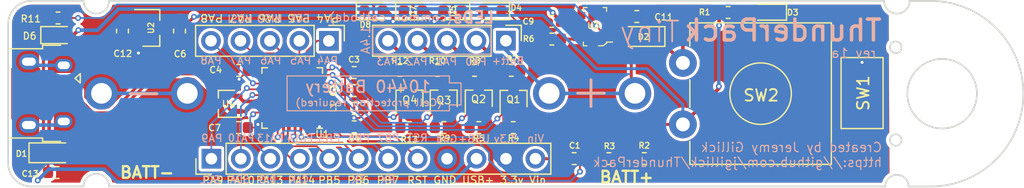
<source format=kicad_pcb>
(kicad_pcb (version 20171130) (host pcbnew "(5.1.5-0-10_14)")
  (layers (0 F.Cu signal) (31 B.Cu signal) (34 B.Paste user) (35 F.Paste user) (36 B.SilkS user) (37 F.SilkS user) (38 B.Mask user) (39 F.Mask user) (44 Edge.Cuts user))
  (net 0 "")
  (net 1 /BUTTON)
  (net 2 GND)
  (net 3 +3V3)
  (net 4 +BATT)
  (net 5 /VIN)
  (net 6 /VUSB)
  (net 7 "Net-(D3-Pad2)")
  (net 8 "Net-(D4-Pad1)")
  (net 9 "Net-(D5-Pad1)")
  (net 10 "Net-(D6-Pad1)")
  (net 11 "Net-(D7-Pad1)")
  (net 12 "Net-(D8-Pad1)")
  (net 13 /RESET)
  (net 14 /PB7)
  (net 15 /PB6)
  (net 16 /PA10)
  (net 17 /PA9)
  (net 18 /PA8)
  (net 19 /PA7)
  (net 20 /PA6)
  (net 21 /PA5)
  (net 22 /PA4)
  (net 23 /USB_D-)
  (net 24 /USB_D+)
  (net 25 /LED1)
  (net 26 /LED2)
  (net 27 /LED3)
  (net 28 /LED4)
  (net 29 "Net-(R2-Pad1)")
  (net 30 "Net-(R6-Pad1)")
  (net 31 "Net-(C2-Pad1)")
  (net 32 "Net-(D1-Pad2)")
  (net 33 /PB5)
  (net 34 /PA13)
  (net 35 /PA14)
  (net 36 "Net-(R11-Pad2)")
  (net 37 /PWM1)
  (net 38 /PWM2)
  (net 39 /PWM3)
  (net 40 /PWM4)
  (module BatteryClips:MDP_BK-82_10440 (layer F.Cu) (at 89.145 99.975)
    (fp_text reference J2 hide)
    (fp_text value Battery)
    (fp_text user "10440 Battery" (at -0.025 -0.575) (layer B.SilkS) (effects (justify mirror)))
    (fp_text user "(Cell protection required)" (at 0.05 0.8) (layer B.SilkS) (effects (font (size 0.6 0.65) (thickness 0.1)) (justify mirror)))
    (pad 1 thru_hole circle (at 15.6 0) (size 2.8 2.8) (drill 1.78) (layers *.Cu *.Mask) (net 4 +BATT))
    (pad 1 thru_hole circle (at 23 0) (size 2.8 2.8) (drill 1.78) (layers *.Cu *.Mask) (net 4 +BATT))
    (pad 2 thru_hole circle (at -23 0) (size 2.8 2.8) (drill 1.78) (layers *.Cu *.Mask) (net 2 GND))
    (pad 2 thru_hole circle (at -15.6 0) (size 2.8 2.8) (drill 1.78) (layers *.Cu *.Mask) (net 2 GND))
  )
  (module Button_Switch_THT:SW_CW_GPTS203211B (layer F.Cu) (at 116.275 97.35)
    (fp_text reference SW2 (at 6.75 2.8) (layer F.SilkS))
    (fp_text value Power)
    (pad 2 thru_hole circle (at 0 5.3) (size 2.4 2.4) (drill 1.2) (layers *.Cu *.Mask) (net 5 /VIN))
    (pad 1 thru_hole circle (at 0 0) (size 2.4 2.4) (drill 1.2) (layers *.Cu *.Mask) (net 6 /VUSB))
  )
  (module Connector_PinHeader_2.54mm:PinHeader_1x05_P2.54mm_Vertical (layer F.Cu) (at 101.01 95.435 270)
    (fp_text reference J5 hide)
    (fp_text value LEDs)
    (pad 5 thru_hole oval (at 0 10.16 270) (size 1.7 1.7) (drill 1) (layers *.Cu *.Mask) (net 28 /LED4))
    (pad 4 thru_hole oval (at 0 7.62 270) (size 1.7 1.7) (drill 1) (layers *.Cu *.Mask) (net 27 /LED3))
    (pad 3 thru_hole oval (at 0 5.08 270) (size 1.7 1.7) (drill 1) (layers *.Cu *.Mask) (net 26 /LED2))
    (pad 2 thru_hole oval (at 0 2.54 270) (size 1.7 1.7) (drill 1) (layers *.Cu *.Mask) (net 25 /LED1))
    (pad 1 thru_hole rect (at 0 0 270) (size 1.7 1.7) (drill 1) (layers *.Cu *.Mask) (net 4 +BATT))
  )
  (module Connector_PinHeader_2.54mm:PinHeader_1x05_P2.54mm_Vertical (layer F.Cu) (at 85.75 95.445 270)
    (fp_text reference J3 hide)
    (fp_text value GPIO)
    (pad 5 thru_hole oval (at 0 10.16 270) (size 1.7 1.7) (drill 1) (layers *.Cu *.Mask) (net 18 /PA8))
    (pad 4 thru_hole oval (at 0 7.62 270) (size 1.7 1.7) (drill 1) (layers *.Cu *.Mask) (net 19 /PA7))
    (pad 3 thru_hole oval (at 0 5.08 270) (size 1.7 1.7) (drill 1) (layers *.Cu *.Mask) (net 20 /PA6))
    (pad 2 thru_hole oval (at 0 2.54 270) (size 1.7 1.7) (drill 1) (layers *.Cu *.Mask) (net 21 /PA5))
    (pad 1 thru_hole rect (at 0 0 270) (size 1.7 1.7) (drill 1) (layers *.Cu *.Mask) (net 22 /PA4))
  )
  (module Package_TO_SOT_SMD:SOT-323_SC-70 (layer F.Cu) (at 92.7 100.425 90)
    (fp_text reference Q4 (at -0.125 0.035 180) (layer F.SilkS) (effects (font (size 0.65 0.65) (thickness 0.1))))
    (fp_text value BSS806N)
    (pad 3 smd rect (at 1 0) (size 0.45 0.7) (layers F.Cu F.Paste F.Mask) (net 28 /LED4))
    (pad 2 smd rect (at -1 0.65) (size 0.45 0.7) (layers F.Cu F.Paste F.Mask) (net 2 GND))
    (pad 1 smd rect (at -1 -0.65) (size 0.45 0.7) (layers F.Cu F.Paste F.Mask) (net 40 /PWM4))
  )
  (module Package_TO_SOT_SMD:SOT-323_SC-70 (layer F.Cu) (at 95.65 100.425 90)
    (fp_text reference Q3 (at -0.15 0.01 180) (layer F.SilkS) (effects (font (size 0.65 0.65) (thickness 0.1))))
    (fp_text value BSS806N)
    (pad 3 smd rect (at 1 0) (size 0.45 0.7) (layers F.Cu F.Paste F.Mask) (net 27 /LED3))
    (pad 2 smd rect (at -1 0.65) (size 0.45 0.7) (layers F.Cu F.Paste F.Mask) (net 2 GND))
    (pad 1 smd rect (at -1 -0.65) (size 0.45 0.7) (layers F.Cu F.Paste F.Mask) (net 39 /PWM3))
  )
  (module Package_TO_SOT_SMD:SOT-323_SC-70 (layer F.Cu) (at 98.675 100.425 90)
    (fp_text reference Q2 (at -0.05 -0.015 180) (layer F.SilkS) (effects (font (size 0.65 0.65) (thickness 0.1))))
    (fp_text value BSS806N)
    (pad 3 smd rect (at 1 0) (size 0.45 0.7) (layers F.Cu F.Paste F.Mask) (net 26 /LED2))
    (pad 2 smd rect (at -1 0.65) (size 0.45 0.7) (layers F.Cu F.Paste F.Mask) (net 2 GND))
    (pad 1 smd rect (at -1 -0.65) (size 0.45 0.7) (layers F.Cu F.Paste F.Mask) (net 38 /PWM2))
  )
  (module Package_TO_SOT_SMD:SOT-323_SC-70 (layer F.Cu) (at 101.675 100.45 90)
    (fp_text reference Q1 (at -0.055 -0.015 180) (layer F.SilkS) (effects (font (size 0.6 0.6) (thickness 0.1))))
    (fp_text value BSS806N)
    (pad 3 smd rect (at 1 0) (size 0.45 0.7) (layers F.Cu F.Paste F.Mask) (net 25 /LED1))
    (pad 2 smd rect (at -1 0.65) (size 0.45 0.7) (layers F.Cu F.Paste F.Mask) (net 2 GND))
    (pad 1 smd rect (at -1 -0.65) (size 0.45 0.7) (layers F.Cu F.Paste F.Mask) (net 37 /PWM1))
  )
  (module Connector_PinHeader_2.54mm:PinHeader_1x12_P2.54mm_Vertical (layer F.Cu) (at 75.62 105.61 90)
    (fp_text reference J7 hide)
    (fp_text value GPIO/Power hide)
    (pad 12 thru_hole oval (at 0 27.94 90) (size 1.7 1.7) (drill 1) (layers *.Cu *.Mask) (net 5 /VIN))
    (pad 11 thru_hole oval (at 0 25.4 90) (size 1.7 1.7) (drill 1) (layers *.Cu *.Mask) (net 3 +3V3))
    (pad 10 thru_hole oval (at 0 22.86 90) (size 1.7 1.7) (drill 1) (layers *.Cu *.Mask) (net 6 /VUSB))
    (pad 9 thru_hole oval (at 0 20.32 90) (size 1.7 1.7) (drill 1) (layers *.Cu *.Mask) (net 2 GND))
    (pad 8 thru_hole oval (at 0 17.78 90) (size 1.7 1.7) (drill 1) (layers *.Cu *.Mask) (net 13 /RESET))
    (pad 7 thru_hole oval (at 0 15.24 90) (size 1.7 1.7) (drill 1) (layers *.Cu *.Mask) (net 14 /PB7))
    (pad 6 thru_hole oval (at 0 12.7 90) (size 1.7 1.7) (drill 1) (layers *.Cu *.Mask) (net 15 /PB6))
    (pad 5 thru_hole oval (at 0 10.16 90) (size 1.7 1.7) (drill 1) (layers *.Cu *.Mask) (net 33 /PB5))
    (pad 4 thru_hole oval (at 0 7.62 90) (size 1.7 1.7) (drill 1) (layers *.Cu *.Mask) (net 35 /PA14))
    (pad 3 thru_hole oval (at 0 5.08 90) (size 1.7 1.7) (drill 1) (layers *.Cu *.Mask) (net 34 /PA13))
    (pad 2 thru_hole oval (at 0 2.54 90) (size 1.7 1.7) (drill 1) (layers *.Cu *.Mask) (net 16 /PA10))
    (pad 1 thru_hole rect (at 0 0 90) (size 1.7 1.7) (drill 1) (layers *.Cu *.Mask) (net 17 /PA9))
  )
  (module Symbol:OSHW-Symbol_6.7x6mm_SilkScreen (layer B.Cu) (at 123.51 99.725 180)
    (fp_text reference REF** hide)
    (fp_text value OSHW-Symbol_6.7x6mm_SilkScreen hide)
  )
  (module digikey-footprints:SOT-753 (layer F.Cu) (at 108.695 94.225 90)
    (fp_text reference U3 (at 0.075 -0.15 180) (layer F.SilkS) (effects (font (size 0.5 0.5) (thickness 0.1))))
    (fp_text value MCP73831T-2ACI_OT)
    (pad 5 smd rect (at -0.95 -1.35 90) (size 0.6 1.05) (layers F.Cu F.Paste F.Mask) (net 30 "Net-(R6-Pad1)"))
    (pad 4 smd rect (at 0.95 -1.35 90) (size 0.6 1.05) (layers F.Cu F.Paste F.Mask) (net 6 /VUSB))
    (pad 3 smd rect (at 0.95 1.35 90) (size 0.6 1.05) (layers F.Cu F.Paste F.Mask) (net 4 +BATT))
    (pad 2 smd rect (at 0 1.35 90) (size 0.6 1.05) (layers F.Cu F.Paste F.Mask) (net 2 GND))
    (pad 1 smd rect (at -0.95 1.35 90) (size 0.6 1.05) (layers F.Cu F.Paste F.Mask) (net 36 "Net-(R11-Pad2)"))
  )
  (module Package_DFN_QFN:QFN-32-1EP_5x5mm_P0.5mm_EP3.45x3.45mm (layer F.Cu) (at 82.59 100.375 180)
    (fp_text reference U1 (at -2.6 -3.125) (layer F.SilkS) (effects (font (size 0.6 0.6) (thickness 0.1))))
    (fp_text value STM32L072KZUx)
    (pad 33 smd roundrect (at 0 0 180) (size 3.45 3.45) (layers F.Cu F.Mask) (roundrect_rratio 0.072464) (net 2 GND))
    (pad 1 smd roundrect (at -2.4375 -1.75 180) (size 0.875 0.25) (layers F.Cu F.Paste F.Mask))
    (pad 2 smd roundrect (at -2.4375 -1.25 180) (size 0.875 0.25) (layers F.Cu F.Paste F.Mask))
    (pad 3 smd roundrect (at -2.4375 -0.75 180) (size 0.875 0.25) (layers F.Cu F.Paste F.Mask) (net 13 /RESET))
    (pad 4 smd roundrect (at -2.4375 -0.25 180) (size 0.875 0.25) (layers F.Cu F.Paste F.Mask) (net 2 GND))
    (pad 5 smd roundrect (at -2.4375 0.25 180) (size 0.875 0.25) (layers F.Cu F.Paste F.Mask) (net 31 "Net-(C2-Pad1)"))
    (pad 6 smd roundrect (at -2.4375 0.75 180) (size 0.875 0.25) (layers F.Cu F.Paste F.Mask) (net 37 /PWM1))
    (pad 7 smd roundrect (at -2.4375 1.25 180) (size 0.875 0.25) (layers F.Cu F.Paste F.Mask) (net 38 /PWM2))
    (pad 8 smd roundrect (at -2.4375 1.75 180) (size 0.875 0.25) (layers F.Cu F.Paste F.Mask) (net 39 /PWM3))
    (pad 9 smd roundrect (at -1.75 2.4375 180) (size 0.25 0.875) (layers F.Cu F.Paste F.Mask) (net 40 /PWM4))
    (pad 10 smd roundrect (at -1.25 2.4375 180) (size 0.25 0.875) (layers F.Cu F.Paste F.Mask) (net 22 /PA4))
    (pad 11 smd roundrect (at -0.75 2.4375 180) (size 0.25 0.875) (layers F.Cu F.Paste F.Mask) (net 21 /PA5))
    (pad 12 smd roundrect (at -0.25 2.4375 180) (size 0.25 0.875) (layers F.Cu F.Paste F.Mask) (net 20 /PA6))
    (pad 13 smd roundrect (at 0.25 2.4375 180) (size 0.25 0.875) (layers F.Cu F.Paste F.Mask) (net 19 /PA7))
    (pad 14 smd roundrect (at 0.75 2.4375 180) (size 0.25 0.875) (layers F.Cu F.Paste F.Mask))
    (pad 15 smd roundrect (at 1.25 2.4375 180) (size 0.25 0.875) (layers F.Cu F.Paste F.Mask))
    (pad 16 smd roundrect (at 1.75 2.4375 180) (size 0.25 0.875) (layers F.Cu F.Paste F.Mask) (net 2 GND))
    (pad 17 smd roundrect (at 2.4375 1.75 180) (size 0.875 0.25) (layers F.Cu F.Paste F.Mask) (net 3 +3V3))
    (pad 18 smd roundrect (at 2.4375 1.25 180) (size 0.875 0.25) (layers F.Cu F.Paste F.Mask) (net 18 /PA8))
    (pad 19 smd roundrect (at 2.4375 0.75 180) (size 0.875 0.25) (layers F.Cu F.Paste F.Mask) (net 17 /PA9))
    (pad 20 smd roundrect (at 2.4375 0.25 180) (size 0.875 0.25) (layers F.Cu F.Paste F.Mask) (net 16 /PA10))
    (pad 21 smd roundrect (at 2.4375 -0.25 180) (size 0.875 0.25) (layers F.Cu F.Paste F.Mask) (net 23 /USB_D-))
    (pad 22 smd roundrect (at 2.4375 -0.75 180) (size 0.875 0.25) (layers F.Cu F.Paste F.Mask) (net 24 /USB_D+))
    (pad 23 smd roundrect (at 2.4375 -1.25 180) (size 0.875 0.25) (layers F.Cu F.Paste F.Mask) (net 34 /PA13))
    (pad 24 smd roundrect (at 2.4375 -1.75 180) (size 0.875 0.25) (layers F.Cu F.Paste F.Mask) (net 3 +3V3))
    (pad 25 smd roundrect (at 1.75 -2.4375 180) (size 0.25 0.875) (layers F.Cu F.Paste F.Mask) (net 35 /PA14))
    (pad 26 smd roundrect (at 1.25 -2.4375 180) (size 0.25 0.875) (layers F.Cu F.Paste F.Mask) (net 1 /BUTTON))
    (pad 27 smd roundrect (at 0.75 -2.4375 180) (size 0.25 0.875) (layers F.Cu F.Paste F.Mask) (net 33 /PB5))
    (pad 28 smd roundrect (at 0.25 -2.4375 180) (size 0.25 0.875) (layers F.Cu F.Paste F.Mask) (net 15 /PB6))
    (pad 29 smd roundrect (at -0.25 -2.4375 180) (size 0.25 0.875) (layers F.Cu F.Paste F.Mask) (net 14 /PB7))
    (pad 30 smd roundrect (at -0.75 -2.4375 180) (size 0.25 0.875) (layers F.Cu F.Paste F.Mask) (net 1 /BUTTON))
    (pad 31 smd roundrect (at -1.25 -2.4375 180) (size 0.25 0.875) (layers F.Cu F.Paste F.Mask) (net 2 GND))
    (pad 32 smd roundrect (at -1.75 -2.4375 180) (size 0.25 0.875) (layers F.Cu F.Paste F.Mask) (net 3 +3V3))
  )
  (module Resistor_SMD:R_0603_1608Metric (layer F.Cu) (at 104.975 95.295 180)
    (fp_text reference R6 (at 2 0.02) (layer F.SilkS) (effects (font (size 0.5 0.5) (thickness 0.1))))
    (fp_text value 675)
    (pad 2 smd roundrect (at 0.7875 0 180) (size 0.875 0.95) (layers F.Cu F.Paste F.Mask) (net 2 GND))
    (pad 1 smd roundrect (at -0.7875 0 180) (size 0.875 0.95) (layers F.Cu F.Paste F.Mask) (net 30 "Net-(R6-Pad1)"))
  )
  (module LED_SMD:LED_0603_1608Metric (layer F.Cu) (at 62.4 94.95)
    (fp_text reference D6 (at -2.45 0.075) (layer F.SilkS) (effects (font (size 0.6 0.6) (thickness 0.1))))
    (fp_text value LED)
    (pad 2 smd roundrect (at 0.7875 0) (size 0.875 0.95) (layers F.Cu F.Paste F.Mask) (net 6 /VUSB))
    (pad 1 smd roundrect (at -0.7875 0) (size 0.875 0.95) (layers F.Cu F.Paste F.Mask) (net 10 "Net-(D6-Pad1)"))
  )
  (module Resistor_SMD:R_0603_1608Metric (layer F.Cu) (at 62.4 93.475)
    (fp_text reference R11 (at -2.35 0.075) (layer F.SilkS) (effects (font (size 0.6 0.6) (thickness 0.1))))
    (fp_text value 330)
    (pad 2 smd roundrect (at 0.7875 0) (size 0.875 0.95) (layers F.Cu F.Paste F.Mask) (net 36 "Net-(R11-Pad2)"))
    (pad 1 smd roundrect (at -0.7875 0) (size 0.875 0.95) (layers F.Cu F.Paste F.Mask) (net 10 "Net-(D6-Pad1)"))
  )
  (module Capacitor_SMD:C_0603_1608Metric (layer F.Cu) (at 112.3 93.35)
    (fp_text reference C11 (at 2.325 0.05) (layer F.SilkS) (effects (font (size 0.55 0.55) (thickness 0.1))))
    (fp_text value 4.7uF)
    (pad 1 smd roundrect (at -0.7875 0) (size 0.875 0.95) (layers F.Cu F.Paste F.Mask) (net 4 +BATT))
    (pad 2 smd roundrect (at 0.7875 0) (size 0.875 0.95) (layers F.Cu F.Paste F.Mask) (net 2 GND))
  )
  (module Capacitor_SMD:C_0603_1608Metric (layer F.Cu) (at 104.975 93.77 180)
    (fp_text reference C9 (at 2.025 -0.005) (layer F.SilkS) (effects (font (size 0.5 0.5) (thickness 0.1))))
    (fp_text value 4.7uF)
    (pad 1 smd roundrect (at -0.7875 0 180) (size 0.875 0.95) (layers F.Cu F.Paste F.Mask) (net 6 /VUSB))
    (pad 2 smd roundrect (at 0.7875 0 180) (size 0.875 0.95) (layers F.Cu F.Paste F.Mask) (net 2 GND))
  )
  (module Package_TO_SOT_SMD:SOT-323_SC-70 (layer F.Cu) (at 76.95 100.875 180)
    (fp_text reference U4 (at -0.18 -0.025) (layer F.SilkS) (effects (font (size 0.6 0.6) (thickness 0.1))))
    (fp_text value ESD7002WTT1G)
    (pad 1 smd rect (at -1 -0.65 90) (size 0.45 0.7) (layers F.Cu F.Paste F.Mask) (net 24 /USB_D+))
    (pad 2 smd rect (at -1 0.65 90) (size 0.45 0.7) (layers F.Cu F.Paste F.Mask) (net 23 /USB_D-))
    (pad 3 smd rect (at 1 0 90) (size 0.45 0.7) (layers F.Cu F.Paste F.Mask) (net 2 GND))
  )
  (module Capacitor_SMD:C_0603_1608Metric (layer F.Cu) (at 62.325 106.8 180)
    (fp_text reference C13 (at 2.325 -0.1) (layer F.SilkS) (effects (font (size 0.5 0.5) (thickness 0.1))))
    (fp_text value 1uf)
    (pad 2 smd roundrect (at 0.7875 0 180) (size 0.875 0.95) (layers F.Cu F.Paste F.Mask) (net 6 /VUSB))
    (pad 1 smd roundrect (at -0.7875 0 180) (size 0.875 0.95) (layers F.Cu F.Paste F.Mask) (net 2 GND))
  )
  (module Capacitor_SMD:C_0603_1608Metric (layer F.Cu) (at 67.955 94.6 90)
    (fp_text reference C12 (at -1.95 0.025 180) (layer F.SilkS) (effects (font (size 0.55 0.55) (thickness 0.1))))
    (fp_text value 2.2uF)
    (pad 2 smd roundrect (at 0.7875 0 90) (size 0.875 0.95) (layers F.Cu F.Paste F.Mask) (net 2 GND))
    (pad 1 smd roundrect (at -0.7875 0 90) (size 0.875 0.95) (layers F.Cu F.Paste F.Mask) (net 3 +3V3))
  )
  (module Capacitor_SMD:C_0603_1608Metric (layer F.Cu) (at 72.875 94.6 270)
    (fp_text reference C6 (at 1.975 -0.05 180) (layer F.SilkS) (effects (font (size 0.55 0.55) (thickness 0.1))))
    (fp_text value 1uf)
    (pad 2 smd roundrect (at 0.7875 0 270) (size 0.875 0.95) (layers F.Cu F.Paste F.Mask) (net 2 GND))
    (pad 1 smd roundrect (at -0.7875 0 270) (size 0.875 0.95) (layers F.Cu F.Paste F.Mask) (net 5 /VIN))
  )
  (module Capacitor_SMD:C_0603_1608Metric (layer F.Cu) (at 77.97 98 180)
    (fp_text reference C4 (at 1.975 0.05) (layer F.SilkS) (effects (font (size 0.55 0.55) (thickness 0.1))))
    (fp_text value 100nf)
    (pad 2 smd roundrect (at 0.7875 0 180) (size 0.875 0.95) (layers F.Cu F.Paste F.Mask) (net 2 GND))
    (pad 1 smd roundrect (at -0.7875 0 180) (size 0.875 0.95) (layers F.Cu F.Paste F.Mask) (net 3 +3V3))
  )
  (module Capacitor_SMD:C_0603_1608Metric (layer F.Cu) (at 77.97 102.925 180)
    (fp_text reference C7 (at 2.075 -0.025 180) (layer F.SilkS) (effects (font (size 0.55 0.55) (thickness 0.1))))
    (fp_text value 4.7uF)
    (pad 1 smd roundrect (at -0.7875 0 180) (size 0.875 0.95) (layers F.Cu F.Paste F.Mask) (net 3 +3V3))
    (pad 2 smd roundrect (at 0.7875 0 180) (size 0.875 0.95) (layers F.Cu F.Paste F.Mask) (net 2 GND))
  )
  (module Package_TO_SOT_SMD:SOT-23 (layer F.Cu) (at 70.415 94.33)
    (fp_text reference U2 (at 0 0 90) (layer F.SilkS) (effects (font (size 0.5 0.5) (thickness 0.1))))
    (fp_text value AP2210N-3.3TRG1)
    (pad 1 smd rect (at -1 -0.95) (size 0.9 0.8) (layers F.Cu F.Paste F.Mask) (net 2 GND))
    (pad 2 smd rect (at -1 0.95) (size 0.9 0.8) (layers F.Cu F.Paste F.Mask) (net 3 +3V3))
    (pad 3 smd rect (at 1 0) (size 0.9 0.8) (layers F.Cu F.Paste F.Mask) (net 5 /VIN))
  )
  (module Jeremy:USB_Micro-B_Amphenol_10103594-0001LF_Horizontal (layer F.Cu) (at 61 100 270)
    (fp_text reference J4 hide)
    (fp_text value USB_B_Micro)
    (pad 6 smd rect (at -2.875 -1.865 270) (size 2 1.5) (layers F.Cu F.Paste F.Mask) (net 2 GND))
    (pad 6 smd rect (at 2.875 -1.885 270) (size 2 1.5) (layers F.Cu F.Paste F.Mask) (net 2 GND))
    (pad 1 smd rect (at -1.325 -1.765) (size 1.65 0.4) (layers F.Cu F.Paste F.Mask) (net 32 "Net-(D1-Pad2)"))
    (pad 2 smd rect (at -0.675 -1.765) (size 1.65 0.4) (layers F.Cu F.Paste F.Mask) (net 23 /USB_D-))
    (pad 3 smd rect (at -0.025 -1.765) (size 1.65 0.4) (layers F.Cu F.Paste F.Mask) (net 24 /USB_D+))
    (pad 4 smd rect (at 0.625 -1.765) (size 1.65 0.4) (layers F.Cu F.Paste F.Mask))
    (pad 5 smd rect (at 1.275 -1.765) (size 1.65 0.4) (layers F.Cu F.Paste F.Mask) (net 2 GND))
    (pad 6 thru_hole oval (at -2.445 -1.885) (size 1.5 1.1) (drill oval 1.05 0.65) (layers *.Cu *.Mask) (net 2 GND))
    (pad 6 thru_hole oval (at 2.395 -1.885) (size 1.5 1.1) (drill oval 1.05 0.65) (layers *.Cu *.Mask) (net 2 GND))
    (pad 6 thru_hole oval (at -2.755 1.115) (size 1.7 1.35) (drill oval 1.2 0.7) (layers *.Cu *.Mask) (net 2 GND))
    (pad 6 thru_hole oval (at 2.705 1.115) (size 1.7 1.35) (drill oval 1.2 0.7) (layers *.Cu *.Mask) (net 2 GND))
    (pad 6 smd rect (at 0 1.385) (size 2.5 4.4) (layers F.Cu F.Paste F.Mask) (net 2 GND))
  )
  (module Button_Switch_SMD:SW_SPST_FSMSM (layer F.Cu) (at 131.725 99.95 270)
    (fp_text reference SW1 (at 0 -0.1 90) (layer F.SilkS))
    (fp_text value Mode)
    (pad 2 smd rect (at 4.59 0 270) (size 2.18 1.6) (layers F.Cu F.Paste F.Mask) (net 29 "Net-(R2-Pad1)"))
    (pad 1 smd rect (at -4.59 0 270) (size 2.18 1.6) (layers F.Cu F.Paste F.Mask) (net 3 +3V3))
  )
  (module Diode_SMD:D_SOD-323_HandSoldering (layer F.Cu) (at 61.8 105.1)
    (fp_text reference D1 (at -2.55 0.075) (layer F.SilkS) (effects (font (size 0.5 0.5) (thickness 0.1))))
    (fp_text value 20V2A)
    (pad 2 smd rect (at 1.25 0) (size 1 1) (layers F.Cu F.Paste F.Mask) (net 32 "Net-(D1-Pad2)"))
    (pad 1 smd rect (at -1.25 0) (size 1 1) (layers F.Cu F.Paste F.Mask) (net 6 /VUSB))
  )
  (module Diode_SMD:D_SOD-323_HandSoldering (layer F.Cu) (at 112.825 95.075 180)
    (fp_text reference D2 (at -0.05 -0.025) (layer F.SilkS) (effects (font (size 0.5 0.5) (thickness 0.1))))
    (fp_text value 20V2A)
    (pad 1 smd rect (at -1.25 0 180) (size 1 1) (layers F.Cu F.Paste F.Mask) (net 6 /VUSB))
    (pad 2 smd rect (at 1.25 0 180) (size 1 1) (layers F.Cu F.Paste F.Mask) (net 4 +BATT))
  )
  (module LED_SMD:LED_0603_1608Metric (layer F.Cu) (at 89.605 92.89)
    (fp_text reference D8 (at -0.71 1.16) (layer F.SilkS) (effects (font (size 0.5 0.5) (thickness 0.1))))
    (fp_text value LED)
    (pad 1 smd roundrect (at -0.7875 0) (size 0.875 0.95) (layers F.Cu F.Paste F.Mask) (net 12 "Net-(D8-Pad1)"))
    (pad 2 smd roundrect (at 0.7875 0) (size 0.875 0.95) (layers F.Cu F.Paste F.Mask) (net 3 +3V3))
  )
  (module LED_SMD:LED_0603_1608Metric (layer F.Cu) (at 93.005 92.89)
    (fp_text reference D7 (at 0.04 0.01 90) (layer F.SilkS) (effects (font (size 0.5 0.5) (thickness 0.1))))
    (fp_text value LED)
    (pad 2 smd roundrect (at 0.7875 0) (size 0.875 0.95) (layers F.Cu F.Paste F.Mask) (net 3 +3V3))
    (pad 1 smd roundrect (at -0.7875 0) (size 0.875 0.95) (layers F.Cu F.Paste F.Mask) (net 11 "Net-(D7-Pad1)"))
  )
  (module LED_SMD:LED_0603_1608Metric (layer F.Cu) (at 96.405 92.89 180)
    (fp_text reference D5 (at -0.04 -0.01 90) (layer F.SilkS) (effects (font (size 0.5 0.5) (thickness 0.1))))
    (fp_text value LED)
    (pad 1 smd roundrect (at -0.7875 0 180) (size 0.875 0.95) (layers F.Cu F.Paste F.Mask) (net 9 "Net-(D5-Pad1)"))
    (pad 2 smd roundrect (at 0.7875 0 180) (size 0.875 0.95) (layers F.Cu F.Paste F.Mask) (net 3 +3V3))
  )
  (module LED_SMD:LED_0603_1608Metric (layer F.Cu) (at 99.845 92.89 180)
    (fp_text reference D4 (at -2.055 0.29) (layer F.SilkS) (effects (font (size 0.5 0.5) (thickness 0.1))))
    (fp_text value LED)
    (pad 1 smd roundrect (at -0.7875 0 180) (size 0.875 0.95) (layers F.Cu F.Paste F.Mask) (net 8 "Net-(D4-Pad1)"))
    (pad 2 smd roundrect (at 0.7875 0 180) (size 0.875 0.95) (layers F.Cu F.Paste F.Mask) (net 3 +3V3))
  )
  (module Inductor_SMD:L_0603_1608Metric (layer F.Cu) (at 87.935 101.285)
    (fp_text reference L1 (at -1.805 -0.12 90) (layer F.SilkS) (effects (font (size 0.5 0.5) (thickness 0.1))))
    (fp_text value Bead)
    (pad 1 smd roundrect (at -0.7875 0) (size 0.875 0.95) (layers F.Cu F.Paste F.Mask) (net 31 "Net-(C2-Pad1)"))
    (pad 2 smd roundrect (at 0.7875 0) (size 0.875 0.95) (layers F.Cu F.Paste F.Mask) (net 3 +3V3))
  )
  (module Resistor_SMD:R_0603_1608Metric (layer F.Cu) (at 120.175 93 180)
    (fp_text reference R1 (at 2.025 0.025 180) (layer F.SilkS) (effects (font (size 0.5 0.5) (thickness 0.1))))
    (fp_text value 270)
    (pad 2 smd roundrect (at 0.7875 0 180) (size 0.875 0.95) (layers F.Cu F.Paste F.Mask) (net 5 /VIN))
    (pad 1 smd roundrect (at -0.7875 0 180) (size 0.875 0.95) (layers F.Cu F.Paste F.Mask) (net 7 "Net-(D3-Pad2)"))
  )
  (module Resistor_SMD:R_0603_1608Metric (layer F.Cu) (at 112.945 105.6)
    (fp_text reference R2 (at 0 -1.125) (layer F.SilkS) (effects (font (size 0.5 0.5) (thickness 0.1))))
    (fp_text value 20K)
    (pad 1 smd roundrect (at -0.7875 0) (size 0.875 0.95) (layers F.Cu F.Paste F.Mask) (net 29 "Net-(R2-Pad1)"))
    (pad 2 smd roundrect (at 0.7875 0) (size 0.875 0.95) (layers F.Cu F.Paste F.Mask) (net 2 GND))
  )
  (module Resistor_SMD:R_0603_1608Metric (layer F.Cu) (at 109.895 105.6 180)
    (fp_text reference R3 (at -0.05 1.075 180) (layer F.SilkS) (effects (font (size 0.5 0.5) (thickness 0.1))))
    (fp_text value 330)
    (pad 2 smd roundrect (at 0.7875 0 180) (size 0.875 0.95) (layers F.Cu F.Paste F.Mask) (net 1 /BUTTON))
    (pad 1 smd roundrect (at -0.7875 0 180) (size 0.875 0.95) (layers F.Cu F.Paste F.Mask) (net 29 "Net-(R2-Pad1)"))
  )
  (module Resistor_SMD:R_0603_1608Metric (layer F.Cu) (at 101.65 102.925)
    (fp_text reference R4 (at 0.025 0.9 180) (layer F.SilkS) (effects (font (size 0.5 0.5) (thickness 0.1))))
    (fp_text value 20k)
    (pad 2 smd roundrect (at 0.7875 0) (size 0.875 0.95) (layers F.Cu F.Paste F.Mask) (net 2 GND))
    (pad 1 smd roundrect (at -0.7875 0) (size 0.875 0.95) (layers F.Cu F.Paste F.Mask) (net 37 /PWM1))
  )
  (module Resistor_SMD:R_0603_1608Metric (layer F.Cu) (at 98.675 102.925)
    (fp_text reference R5 (at 0 0.925 180) (layer F.SilkS) (effects (font (size 0.5 0.5) (thickness 0.1))))
    (fp_text value 20k)
    (pad 2 smd roundrect (at 0.7875 0) (size 0.875 0.95) (layers F.Cu F.Paste F.Mask) (net 2 GND))
    (pad 1 smd roundrect (at -0.7875 0) (size 0.875 0.95) (layers F.Cu F.Paste F.Mask) (net 38 /PWM2))
  )
  (module Resistor_SMD:R_0603_1608Metric (layer F.Cu) (at 101.475 97.99 180)
    (fp_text reference R7 (at -0.075 0.975) (layer F.SilkS) (effects (font (size 0.5 0.5) (thickness 0.1))))
    (fp_text value 270)
    (pad 2 smd roundrect (at 0.7875 0 180) (size 0.875 0.95) (layers F.Cu F.Paste F.Mask) (net 25 /LED1))
    (pad 1 smd roundrect (at -0.7875 0 180) (size 0.875 0.95) (layers F.Cu F.Paste F.Mask) (net 8 "Net-(D4-Pad1)"))
  )
  (module Resistor_SMD:R_0603_1608Metric (layer F.Cu) (at 98.305 97.99 180)
    (fp_text reference R8 (at -0.025 0.825) (layer F.SilkS) (effects (font (size 0.5 0.5) (thickness 0.1))))
    (fp_text value 270)
    (pad 2 smd roundrect (at 0.7875 0 180) (size 0.875 0.95) (layers F.Cu F.Paste F.Mask) (net 26 /LED2))
    (pad 1 smd roundrect (at -0.7875 0 180) (size 0.875 0.95) (layers F.Cu F.Paste F.Mask) (net 9 "Net-(D5-Pad1)"))
  )
  (module Resistor_SMD:R_0603_1608Metric (layer F.Cu) (at 95.675 102.925)
    (fp_text reference R9 (at 0.05 0.925 180) (layer F.SilkS) (effects (font (size 0.5 0.5) (thickness 0.1))))
    (fp_text value 20k)
    (pad 2 smd roundrect (at 0.7875 0) (size 0.875 0.95) (layers F.Cu F.Paste F.Mask) (net 2 GND))
    (pad 1 smd roundrect (at -0.7875 0) (size 0.875 0.95) (layers F.Cu F.Paste F.Mask) (net 39 /PWM3))
  )
  (module Resistor_SMD:R_0603_1608Metric (layer F.Cu) (at 95.125 97.995)
    (fp_text reference R10 (at -0.025 -0.825) (layer F.SilkS) (effects (font (size 0.5 0.5) (thickness 0.1))))
    (fp_text value 270)
    (pad 2 smd roundrect (at 0.7875 0) (size 0.875 0.95) (layers F.Cu F.Paste F.Mask) (net 27 /LED3))
    (pad 1 smd roundrect (at -0.7875 0) (size 0.875 0.95) (layers F.Cu F.Paste F.Mask) (net 11 "Net-(D7-Pad1)"))
  )
  (module Resistor_SMD:R_0603_1608Metric (layer F.Cu) (at 91.875 97.995)
    (fp_text reference R12 (at 0 -0.825 180) (layer F.SilkS) (effects (font (size 0.5 0.5) (thickness 0.1))))
    (fp_text value 270)
    (pad 2 smd roundrect (at 0.7875 0) (size 0.875 0.95) (layers F.Cu F.Paste F.Mask) (net 28 /LED4))
    (pad 1 smd roundrect (at -0.7875 0) (size 0.875 0.95) (layers F.Cu F.Paste F.Mask) (net 12 "Net-(D8-Pad1)"))
  )
  (module Resistor_SMD:R_0603_1608Metric (layer F.Cu) (at 92.7 102.925)
    (fp_text reference R13 (at -0.025 1.025 -180) (layer F.SilkS) (effects (font (size 0.5 0.5) (thickness 0.1))))
    (fp_text value 20k)
    (pad 2 smd roundrect (at 0.7875 0) (size 0.875 0.95) (layers F.Cu F.Paste F.Mask) (net 2 GND))
    (pad 1 smd roundrect (at -0.7875 0) (size 0.875 0.95) (layers F.Cu F.Paste F.Mask) (net 40 /PWM4))
  )
  (module Capacitor_SMD:C_0603_1608Metric (layer F.Cu) (at 106.9 105.6 180)
    (fp_text reference C1 (at -0.05 1.125 180) (layer F.SilkS) (effects (font (size 0.5 0.5) (thickness 0.1))))
    (fp_text value 100nF)
    (pad 1 smd roundrect (at -0.7875 0 180) (size 0.875 0.95) (layers F.Cu F.Paste F.Mask) (net 1 /BUTTON))
    (pad 2 smd roundrect (at 0.7875 0 180) (size 0.875 0.95) (layers F.Cu F.Paste F.Mask) (net 2 GND))
  )
  (module Capacitor_SMD:C_0603_1608Metric (layer F.Cu) (at 87.935 99.735)
    (fp_text reference C2 (at -1.785 0.01 90) (layer F.SilkS) (effects (font (size 0.5 0.5) (thickness 0.1))))
    (fp_text value 1uf)
    (pad 1 smd roundrect (at -0.7875 0) (size 0.875 0.95) (layers F.Cu F.Paste F.Mask) (net 31 "Net-(C2-Pad1)"))
    (pad 2 smd roundrect (at 0.7875 0) (size 0.875 0.95) (layers F.Cu F.Paste F.Mask) (net 2 GND))
  )
  (module Capacitor_SMD:C_0603_1608Metric (layer F.Cu) (at 87.935 98.18)
    (fp_text reference C3 (at -0.015 -1.125 180) (layer F.SilkS) (effects (font (size 0.5 0.5) (thickness 0.1))))
    (fp_text value 10nf)
    (pad 1 smd roundrect (at -0.7875 0) (size 0.875 0.95) (layers F.Cu F.Paste F.Mask) (net 31 "Net-(C2-Pad1)"))
    (pad 2 smd roundrect (at 0.7875 0) (size 0.875 0.95) (layers F.Cu F.Paste F.Mask) (net 2 GND))
  )
  (module Capacitor_SMD:C_0603_1608Metric (layer F.Cu) (at 87.935 102.86)
    (fp_text reference C5 (at 0.045 0.945) (layer F.SilkS) (effects (font (size 0.5 0.5) (thickness 0.1))))
    (fp_text value 100nf)
    (pad 2 smd roundrect (at 0.7875 0) (size 0.875 0.95) (layers F.Cu F.Paste F.Mask) (net 2 GND))
    (pad 1 smd roundrect (at -0.7875 0) (size 0.875 0.95) (layers F.Cu F.Paste F.Mask) (net 3 +3V3))
  )
  (module LED_SMD:LED_0603_1608Metric_Castellated (layer F.Cu) (at 123.525 92.975 180)
    (fp_text reference D3 (at -2.225 -0.025 180) (layer F.SilkS) (effects (font (size 0.5 0.5) (thickness 0.1))))
    (fp_text value LED)
    (pad 2 smd roundrect (at 0.8125 0 180) (size 1.225 0.85) (layers F.Cu F.Paste F.Mask) (net 7 "Net-(D3-Pad2)"))
    (pad 1 smd roundrect (at -0.8125 0 180) (size 1.225 0.85) (layers F.Cu F.Paste F.Mask) (net 2 GND))
  )
  (gr_text Tiny (at 113.42 94.675) (layer B.SilkS) (effects (font (size 1.8 1.8)) (justify mirror)))
  (gr_text 1.4A (at 88.925 95.375 90) (layer B.SilkS) (effects (font (size 0.75 0.75) (thickness 0.1)) (justify mirror)))
  (gr_text SCK (at 83.2 93.525) (layer B.SilkS) (effects (font (size 0.65 0.6) (thickness 0.1)) (justify mirror)))
  (gr_text MISO (at 80.65 93.55) (layer B.SilkS) (effects (font (size 0.65 0.6) (thickness 0.1)) (justify mirror)))
  (gr_text MOSI (at 78.1 93.575) (layer B.SilkS) (effects (font (size 0.65 0.6) (thickness 0.1)) (justify mirror)))
  (gr_text BATT+ (at 111.425 107.2) (layer F.SilkS) (effects (font (size 1 1) (thickness 0.2))))
  (gr_text + (at 108.35 99.725) (layer B.SilkS) (effects (font (size 3 3) (thickness 0.25)) (justify mirror)))
  (gr_text - (at 69.775 99.775) (layer B.SilkS) (effects (font (size 3 3) (thickness 0.25)) (justify mirror)))
  (gr_line (start 137.624999 92.004845) (end 135.825 92.005) (layer Edge.Cuts) (width 0.15))
  (gr_arc (start 134.725 92) (end 133.625 92) (angle -180) (layer Edge.Cuts) (width 0.15))
  (gr_arc (start 134.725 108) (end 135.725 108) (angle -180) (layer Edge.Cuts) (width 0.15))
  (gr_text CLK (at 83.17 107.4) (layer B.SilkS) (effects (font (size 0.6 0.6) (thickness 0.1)) (justify mirror)))
  (gr_text DIO (at 80.47 107.4) (layer B.SilkS) (effects (font (size 0.6 0.6) (thickness 0.1)) (justify mirror)))
  (gr_text SCL (at 75.545 107.425) (layer B.SilkS) (effects (font (size 0.65 0.65) (thickness 0.1)) (justify mirror)))
  (gr_text SDA (at 78.07 107.4) (layer B.SilkS) (effects (font (size 0.65 0.6) (thickness 0.1)) (justify mirror)))
  (gr_text TX (at 88.295 107.4) (layer B.SilkS) (effects (font (size 0.65 0.65) (thickness 0.1)) (justify mirror)))
  (gr_text RX (at 90.845 107.4) (layer B.SilkS) (effects (font (size 0.65 0.65) (thickness 0.1)) (justify mirror)))
  (gr_circle (center 134.625 104) (end 135.125 104) (layer Edge.Cuts) (width 0.15))
  (gr_circle (center 134.625 96) (end 135.125 96) (layer Edge.Cuts) (width 0.15))
  (gr_line (start 64.6 108) (end 60.1 108) (layer Edge.Cuts) (width 0.15))
  (gr_arc (start 65.7 108) (end 66.8 108) (angle -180) (layer Edge.Cuts) (width 0.15))
  (gr_line (start 64.6 92) (end 60.1 92) (layer Edge.Cuts) (width 0.15))
  (gr_arc (start 65.7 92) (end 64.6 92) (angle -180) (layer Edge.Cuts) (width 0.15))
  (gr_text RST (at 93.395 107.475) (layer F.SilkS) (effects (font (size 0.65 0.65) (thickness 0.1))))
  (gr_text PB7 (at 90.845 107.475) (layer F.SilkS) (effects (font (size 0.65 0.65) (thickness 0.1))))
  (gr_text PB6 (at 88.295 107.475) (layer F.SilkS) (effects (font (size 0.65 0.65) (thickness 0.1))))
  (gr_text PB5 (at 85.795 107.475) (layer F.SilkS) (effects (font (size 0.65 0.65) (thickness 0.1))))
  (gr_text PA14 (at 83.395 107.475) (layer F.SilkS) (effects (font (size 0.65 0.62) (thickness 0.1))))
  (gr_text PA13 (at 80.645 107.475) (layer F.SilkS) (effects (font (size 0.65 0.62) (thickness 0.1))))
  (gr_text PA10 (at 78.145 107.475) (layer F.SilkS) (effects (font (size 0.65 0.65) (thickness 0.1))))
  (gr_line (start 89.525 94.25) (end 99.745 94.25) (layer B.SilkS) (width 0.1))
  (gr_line (start 89.525 96.6) (end 89.525 94.25) (layer B.SilkS) (width 0.1))
  (gr_line (start 99.745 96.6) (end 89.525 96.6) (layer B.SilkS) (width 0.1))
  (gr_line (start 99.745 94.25) (end 99.745 96.6) (layer B.SilkS) (width 0.1))
  (gr_text RST (at 93.39 103.825) (layer B.SilkS) (effects (font (size 0.65 0.65) (thickness 0.1)) (justify mirror)))
  (gr_text PB7 (at 90.89 103.825) (layer B.SilkS) (effects (font (size 0.65 0.65) (thickness 0.1)) (justify mirror)))
  (gr_text PB6 (at 88.34 103.825) (layer B.SilkS) (effects (font (size 0.65 0.65) (thickness 0.1)) (justify mirror)))
  (gr_text BATT- (at 70.075 106.8) (layer F.SilkS) (effects (font (size 1 1) (thickness 0.2))))
  (gr_text "rev 1a" (at 133.01 96.5) (layer B.SilkS) (effects (font (size 0.8 0.8) (thickness 0.1)) (justify left mirror)))
  (gr_text "GND USB+ 3.3v Vin" (at 94.7 107.45) (layer F.SilkS) (effects (font (size 0.62 0.65) (thickness 0.1)) (justify left)))
  (gr_text "PA4 PA5 PA6 PA7 PA8" (at 80.65 93.475 180) (layer F.SilkS) (effects (font (size 0.65 0.7) (thickness 0.1))))
  (gr_text PA9 (at 75.745 107.475) (layer F.SilkS) (effects (font (size 0.65 0.65) (thickness 0.1))))
  (gr_text "Created by Jeremy Gillick\nhttps://github.com/jgillick/ThunderPack" (at 133.51 105.275) (layer B.SilkS) (effects (font (size 0.8 0.8) (thickness 0.1)) (justify left mirror)))
  (gr_text "(common cathode)" (at 91.1 93.425) (layer B.SilkS) (effects (font (size 0.7 0.75) (thickness 0.1)) (justify mirror)))
  (gr_line (start 135.725 108.005) (end 137.575001 108.004999) (layer Edge.Cuts) (width 0.15))
  (gr_arc (start 137.625 100.005) (end 137.575001 108.004999) (angle -180.358094) (layer Edge.Cuts) (width 0.15))
  (gr_circle (center 138.625 100.005) (end 141.625 100.005) (layer Edge.Cuts) (width 0.15))
  (gr_arc (start 60.1 106) (end 58.1 106) (angle -90) (layer Edge.Cuts) (width 0.15))
  (gr_arc (start 60.1 94) (end 60.1 92) (angle -90) (layer Edge.Cuts) (width 0.15))
  (gr_text PA4 (at 85.625 97.15) (layer B.SilkS) (effects (font (size 0.65 0.65) (thickness 0.1)) (justify mirror)))
  (gr_text PA5 (at 83.315 97.15) (layer B.SilkS) (effects (font (size 0.65 0.65) (thickness 0.1)) (justify mirror)))
  (gr_text PA6 (at 80.74 97.15) (layer B.SilkS) (effects (font (size 0.65 0.65) (thickness 0.1)) (justify mirror)))
  (gr_text PA7 (at 78.14 97.15) (layer B.SilkS) (effects (font (size 0.65 0.65) (thickness 0.1)) (justify mirror)))
  (gr_text PA8 (at 75.59 97.15) (layer B.SilkS) (effects (font (size 0.65 0.65) (thickness 0.1)) (justify mirror)))
  (gr_text PB5 (at 85.79 103.85) (layer B.SilkS) (effects (font (size 0.65 0.65) (thickness 0.1)) (justify mirror)))
  (gr_text PA14 (at 83.265 103.85) (layer B.SilkS) (effects (font (size 0.65 0.6) (thickness 0.1)) (justify mirror)))
  (gr_text PA13 (at 80.69 103.85) (layer B.SilkS) (effects (font (size 0.65 0.6) (thickness 0.1)) (justify mirror)))
  (gr_text PA10 (at 78.19 103.825) (layer B.SilkS) (effects (font (size 0.65 0.6) (thickness 0.1)) (justify mirror)))
  (gr_text PA9 (at 75.665 103.85) (layer B.SilkS) (effects (font (size 0.65 0.65) (thickness 0.1)) (justify mirror)))
  (gr_text PA3 (at 90.79 97.225) (layer B.SilkS) (effects (font (size 0.65 0.65) (thickness 0.1)) (justify mirror)))
  (gr_text PA2 (at 93.34 97.225) (layer B.SilkS) (effects (font (size 0.65 0.65) (thickness 0.1)) (justify mirror)))
  (gr_text PA1 (at 95.89 97.225) (layer B.SilkS) (effects (font (size 0.65 0.65) (thickness 0.1)) (justify mirror)))
  (gr_text PA0 (at 98.44 97.25) (layer B.SilkS) (effects (font (size 0.65 0.65) (thickness 0.1)) (justify mirror)))
  (gr_text Batt+ (at 101.19 97.175) (layer B.SilkS) (effects (font (size 0.65 0.65) (thickness 0.1)) (justify mirror)))
  (gr_text LEDs (at 98.225 93.425) (layer B.SilkS) (effects (font (size 1 1) (thickness 0.2)) (justify mirror)))
  (gr_text Vin (at 103.575 103.875) (layer B.SilkS) (effects (font (size 0.65 0.65) (thickness 0.1)) (justify mirror)))
  (gr_text 3.3v (at 100.99 103.9) (layer B.SilkS) (effects (font (size 0.65 0.65) (thickness 0.1)) (justify mirror)))
  (gr_text USB+ (at 98.265 103.9) (layer B.SilkS) (effects (font (size 0.65 0.65) (thickness 0.1)) (justify mirror)))
  (gr_text Gnd (at 95.915 103.9) (layer B.SilkS) (effects (font (size 0.65 0.65) (thickness 0.1)) (justify mirror)))
  (gr_text ThunderPack (at 133.585 94.55) (layer B.SilkS) (effects (font (size 1.8 1.8) (thickness 0.3)) (justify left mirror)))
  (gr_line (start 58.1 94) (end 58.1 106) (layer Edge.Cuts) (width 0.15))
  (gr_line (start 66.8 108) (end 133.725 108) (layer Edge.Cuts) (width 0.15))
  (gr_line (start 66.8 92) (end 133.625 92) (layer Edge.Cuts) (width 0.15))
  (via (at 81.35 103.75) (size 0.508) (drill 0.254) (layers F.Cu B.Cu) (net 1))
  (segment (start 81.34 103.74) (end 81.35 103.75) (width 0.1524) (layer F.Cu) (net 1))
  (segment (start 81.34 102.8125) (end 81.34 103.74) (width 0.1524) (layer F.Cu) (net 1))
  (via (at 83.375 103.743964) (size 0.508) (drill 0.254) (layers F.Cu B.Cu) (net 1))
  (segment (start 83.34 103.708964) (end 83.375 103.743964) (width 0.1524) (layer F.Cu) (net 1))
  (segment (start 81.603999 103.496001) (end 81.35 103.75) (width 0.1524) (layer B.Cu) (net 1))
  (segment (start 83.34 102.8125) (end 83.34 103.708964) (width 0.1524) (layer F.Cu) (net 1))
  (segment (start 83.375 103.384754) (end 83.190246 103.2) (width 0.1524) (layer B.Cu) (net 1))
  (segment (start 83.375 103.743964) (end 83.375 103.384754) (width 0.1524) (layer B.Cu) (net 1))
  (segment (start 81.9 103.2) (end 81.603999 103.496001) (width 0.1524) (layer B.Cu) (net 1))
  (segment (start 83.190246 103.2) (end 81.9 103.2) (width 0.1524) (layer B.Cu) (net 1))
  (segment (start 99.558601 105.744931) (end 101.33867 107.525) (width 0.1524) (layer B.Cu) (net 1))
  (segment (start 99.558601 105.092271) (end 99.558601 105.744931) (width 0.1524) (layer B.Cu) (net 1))
  (segment (start 98.210294 103.743964) (end 99.558601 105.092271) (width 0.1524) (layer B.Cu) (net 1))
  (segment (start 83.375 103.743964) (end 98.210294 103.743964) (width 0.1524) (layer B.Cu) (net 1))
  (segment (start 107.6325 105.6) (end 109.1075 105.6) (width 0.1524) (layer F.Cu) (net 1))
  (via (at 107.4 106.725) (size 0.508) (drill 0.254) (layers F.Cu B.Cu) (net 1))
  (segment (start 106.6 107.525) (end 107.4 106.725) (width 0.1524) (layer B.Cu) (net 1))
  (segment (start 101.33867 107.525) (end 106.6 107.525) (width 0.1524) (layer B.Cu) (net 1))
  (segment (start 107.4 105.8325) (end 107.6325 105.6) (width 0.1524) (layer F.Cu) (net 1))
  (segment (start 107.4 106.725) (end 107.4 105.8325) (width 0.1524) (layer F.Cu) (net 1))
  (segment (start 66.145 99.975) (end 73.545 99.975) (width 0.31) (layer B.Cu) (net 2))
  (segment (start 60.195 97.555) (end 59.885 97.245) (width 0.31) (layer B.Cu) (net 2))
  (segment (start 62.885 97.555) (end 60.195 97.555) (width 0.31) (layer B.Cu) (net 2))
  (segment (start 62.575 102.705) (end 62.885 102.395) (width 0.31) (layer B.Cu) (net 2))
  (segment (start 59.885 102.705) (end 62.575 102.705) (width 0.31) (layer B.Cu) (net 2))
  (segment (start 79.5275 98) (end 80.1525 98.625) (width 0.1524) (layer F.Cu) (net 3))
  (segment (start 78.7575 98) (end 79.5275 98) (width 0.1524) (layer F.Cu) (net 3))
  (via (at 78.01 98.755) (size 0.508) (drill 0.254) (layers F.Cu B.Cu) (net 3))
  (segment (start 78.7575 98.0075) (end 78.01 98.755) (width 0.1524) (layer F.Cu) (net 3))
  (segment (start 78.7575 98) (end 78.7575 98.0075) (width 0.1524) (layer F.Cu) (net 3))
  (via (at 79.63 102.655) (size 0.508) (drill 0.254) (layers F.Cu B.Cu) (net 3))
  (segment (start 79.36 102.925) (end 79.63 102.655) (width 0.1524) (layer F.Cu) (net 3))
  (segment (start 78.7575 102.925) (end 79.36 102.925) (width 0.1524) (layer F.Cu) (net 3))
  (segment (start 80.1525 102.1325) (end 79.63 102.655) (width 0.1524) (layer F.Cu) (net 3))
  (segment (start 80.1525 102.125) (end 80.1525 102.1325) (width 0.1524) (layer F.Cu) (net 3))
  (segment (start 88.7225 101.76) (end 88.38821 102.09429) (width 0.1524) (layer F.Cu) (net 3))
  (via (at 87.90571 102.09429) (size 0.508) (drill 0.254) (layers F.Cu B.Cu) (net 3))
  (segment (start 87.585 102.86) (end 87.90571 102.53929) (width 0.1524) (layer F.Cu) (net 3))
  (segment (start 88.7225 101.285) (end 88.7225 101.76) (width 0.1524) (layer F.Cu) (net 3))
  (segment (start 88.38821 102.09429) (end 88.26492 102.09429) (width 0.1524) (layer F.Cu) (net 3))
  (segment (start 87.90571 102.53929) (end 87.90571 102.09429) (width 0.1524) (layer F.Cu) (net 3))
  (segment (start 88.26492 102.09429) (end 87.90571 102.09429) (width 0.1524) (layer F.Cu) (net 3))
  (segment (start 87.1475 102.86) (end 87.585 102.86) (width 0.1524) (layer F.Cu) (net 3))
  (segment (start 69.3075 95.3875) (end 69.415 95.28) (width 0.31) (layer F.Cu) (net 3))
  (segment (start 67.955 95.3875) (end 69.3075 95.3875) (width 0.31) (layer F.Cu) (net 3))
  (via (at 69.325 96.5) (size 0.508) (drill 0.254) (layers F.Cu B.Cu) (net 3))
  (segment (start 68.2125 95.3875) (end 69.325 96.5) (width 0.31) (layer F.Cu) (net 3))
  (segment (start 67.955 95.3875) (end 68.2125 95.3875) (width 0.31) (layer F.Cu) (net 3))
  (via (at 84.95 102.85) (size 0.508) (drill 0.254) (layers F.Cu B.Cu) (net 3))
  (segment (start 84.9125 102.8125) (end 84.95 102.85) (width 0.1524) (layer F.Cu) (net 3))
  (segment (start 84.34 102.8125) (end 84.9125 102.8125) (width 0.1524) (layer F.Cu) (net 3))
  (via (at 131.725 97.3) (size 0.508) (drill 0.254) (layers F.Cu B.Cu) (net 3))
  (segment (start 131.725 95.36) (end 131.725 97.3) (width 0.31) (layer F.Cu) (net 3))
  (segment (start 94.23 92.915) (end 94.83413 93.51913) (width 0.31) (layer F.Cu) (net 3))
  (segment (start 91.280763 93.365763) (end 91.280763 93.78341) (width 0.254) (layer F.Cu) (net 3))
  (segment (start 90.3925 92.915) (end 90.83 92.915) (width 0.254) (layer F.Cu) (net 3))
  (segment (start 93.7925 92.915) (end 94.23 92.915) (width 0.31) (layer F.Cu) (net 3))
  (via (at 99.000131 93.78341) (size 0.508) (drill 0.254) (layers F.Cu B.Cu) (net 3))
  (via (at 94.83413 93.78341) (size 0.508) (drill 0.254) (layers F.Cu B.Cu) (net 3))
  (segment (start 90.83 92.915) (end 91.280763 93.365763) (width 0.254) (layer F.Cu) (net 3))
  (segment (start 95.6175 92.915) (end 95.6175 93.39) (width 0.31) (layer F.Cu) (net 3))
  (via (at 91.280763 93.78341) (size 0.508) (drill 0.254) (layers F.Cu B.Cu) (net 3))
  (segment (start 95.6175 93.39) (end 95.22409 93.78341) (width 0.31) (layer F.Cu) (net 3))
  (segment (start 95.22409 93.78341) (end 94.83413 93.78341) (width 0.31) (layer F.Cu) (net 3))
  (segment (start 94.83413 93.51913) (end 94.83413 93.78341) (width 0.31) (layer F.Cu) (net 3))
  (segment (start 99.0575 92.915) (end 99.0575 93.726041) (width 0.254) (layer F.Cu) (net 3))
  (segment (start 99.0575 93.726041) (end 99.000131 93.78341) (width 0.254) (layer F.Cu) (net 3))
  (segment (start 104.745 99.975) (end 112.145 99.975) (width 0.31) (layer B.Cu) (net 4))
  (segment (start 111.6875 93.275) (end 111.7625 93.35) (width 0.254) (layer F.Cu) (net 4))
  (segment (start 110.045 93.275) (end 111.6875 93.275) (width 0.254) (layer F.Cu) (net 4))
  (segment (start 111.825 93.4125) (end 111.7625 93.35) (width 0.254) (layer F.Cu) (net 4))
  (segment (start 111.825 99.655) (end 112.145 99.975) (width 0.254) (layer F.Cu) (net 4))
  (segment (start 111.825 95.075) (end 111.825 99.655) (width 0.254) (layer F.Cu) (net 4))
  (segment (start 111.5125 95.0125) (end 111.575 95.075) (width 0.254) (layer F.Cu) (net 4))
  (segment (start 111.5125 93.35) (end 111.5125 95.0125) (width 0.254) (layer F.Cu) (net 4))
  (segment (start 101.01 96.24) (end 101.01 95.435) (width 0.31) (layer B.Cu) (net 4))
  (segment (start 104.745 99.975) (end 101.01 96.24) (width 0.31) (layer B.Cu) (net 4))
  (segment (start 72.3575 94.33) (end 72.875 93.8125) (width 0.31) (layer F.Cu) (net 5))
  (segment (start 71.415 94.33) (end 72.3575 94.33) (width 0.31) (layer F.Cu) (net 5))
  (via (at 119.375 99.375) (size 0.508) (drill 0.254) (layers F.Cu B.Cu) (net 5))
  (segment (start 119.375 99.55) (end 119.375 99.375) (width 0.31) (layer F.Cu) (net 5))
  (segment (start 116.275 102.65) (end 119.375 99.55) (width 0.31) (layer F.Cu) (net 5))
  (via (at 119.4 94.125) (size 0.508) (drill 0.254) (layers F.Cu B.Cu) (net 5))
  (segment (start 119.375 94.15) (end 119.4 94.125) (width 0.31) (layer B.Cu) (net 5))
  (segment (start 119.375 99.375) (end 119.375 94.15) (width 0.31) (layer B.Cu) (net 5))
  (segment (start 119.4 93.0125) (end 119.3875 93) (width 0.31) (layer F.Cu) (net 5))
  (segment (start 119.4 94.125) (end 119.4 93.0125) (width 0.31) (layer F.Cu) (net 5))
  (segment (start 107.722081 102.65) (end 114.577944 102.65) (width 0.254) (layer F.Cu) (net 5))
  (segment (start 114.577944 102.65) (end 116.275 102.65) (width 0.254) (layer F.Cu) (net 5))
  (segment (start 104.762081 105.61) (end 107.722081 102.65) (width 0.254) (layer F.Cu) (net 5))
  (segment (start 103.56 105.61) (end 104.762081 105.61) (width 0.254) (layer F.Cu) (net 5))
  (via (at 74.125 93.375) (size 0.508) (drill 0.254) (layers F.Cu B.Cu) (net 5))
  (segment (start 73.6875 93.8125) (end 74.125 93.375) (width 0.254) (layer F.Cu) (net 5))
  (segment (start 72.875 93.8125) (end 73.6875 93.8125) (width 0.254) (layer F.Cu) (net 5))
  (segment (start 74.60921 93.25) (end 104.225 93.25) (width 0.254) (layer B.Cu) (net 5))
  (segment (start 74.125 93.375) (end 74.48421 93.375) (width 0.254) (layer B.Cu) (net 5))
  (segment (start 74.48421 93.375) (end 74.60921 93.25) (width 0.254) (layer B.Cu) (net 5))
  (segment (start 104.225 93.25) (end 108.825 97.85) (width 0.254) (layer B.Cu) (net 5))
  (segment (start 116.275 100.952944) (end 116.275 102.65) (width 0.254) (layer B.Cu) (net 5))
  (segment (start 113.172056 97.85) (end 116.275 100.952944) (width 0.254) (layer B.Cu) (net 5))
  (segment (start 108.825 97.85) (end 113.172056 97.85) (width 0.254) (layer B.Cu) (net 5))
  (segment (start 60.55 104.346) (end 60.55 105.1) (width 0.254) (layer F.Cu) (net 6))
  (segment (start 61.144401 103.751599) (end 60.55 104.346) (width 0.254) (layer F.Cu) (net 6))
  (segment (start 61.144401 96.592677) (end 61.144401 103.751599) (width 0.254) (layer F.Cu) (net 6))
  (segment (start 63.1875 95.425) (end 62.766901 95.845599) (width 0.254) (layer F.Cu) (net 6))
  (segment (start 61.891479 95.845599) (end 61.144401 96.592677) (width 0.254) (layer F.Cu) (net 6))
  (segment (start 62.766901 95.845599) (end 61.891479 95.845599) (width 0.254) (layer F.Cu) (net 6))
  (segment (start 63.1875 94.95) (end 63.1875 95.425) (width 0.254) (layer F.Cu) (net 6))
  (segment (start 61.5375 106.325) (end 61.5375 106.8) (width 0.254) (layer F.Cu) (net 6))
  (segment (start 61.5375 105.3335) (end 61.5375 106.325) (width 0.254) (layer F.Cu) (net 6))
  (segment (start 61.304 105.1) (end 61.5375 105.3335) (width 0.254) (layer F.Cu) (net 6))
  (segment (start 60.55 105.1) (end 61.304 105.1) (width 0.254) (layer F.Cu) (net 6))
  (via (at 60.65 107.475) (size 0.508) (drill 0.254) (layers F.Cu B.Cu) (net 6))
  (segment (start 61.325 106.8) (end 60.65 107.475) (width 0.31) (layer F.Cu) (net 6))
  (segment (start 61.5375 106.8) (end 61.325 106.8) (width 0.31) (layer F.Cu) (net 6))
  (segment (start 61.612016 106.512984) (end 66.387984 106.512984) (width 0.31) (layer B.Cu) (net 6))
  (segment (start 60.65 107.475) (end 61.612016 106.512984) (width 0.31) (layer B.Cu) (net 6))
  (segment (start 66.387984 106.512984) (end 67.475 107.6) (width 0.31) (layer B.Cu) (net 6))
  (segment (start 96.49 107.6) (end 98.48 105.61) (width 0.31) (layer B.Cu) (net 6))
  (segment (start 67.475 107.6) (end 96.49 107.6) (width 0.31) (layer B.Cu) (net 6))
  (segment (start 106.85 93.77) (end 107.345 93.275) (width 0.254) (layer F.Cu) (net 6))
  (segment (start 105.7625 93.77) (end 106.85 93.77) (width 0.254) (layer F.Cu) (net 6))
  (segment (start 114.075 95.15) (end 114.075 95.075) (width 0.31) (layer F.Cu) (net 6))
  (segment (start 116.275 97.35) (end 114.075 95.15) (width 0.31) (layer F.Cu) (net 6))
  (segment (start 107.44241 92.56759) (end 107.345 92.665) (width 0.31) (layer F.Cu) (net 6))
  (segment (start 107.345 92.665) (end 107.345 93.275) (width 0.31) (layer F.Cu) (net 6))
  (segment (start 113.524194 92.56759) (end 107.44241 92.56759) (width 0.31) (layer F.Cu) (net 6))
  (segment (start 116.275 95.318396) (end 113.524194 92.56759) (width 0.31) (layer F.Cu) (net 6))
  (segment (start 116.275 97.35) (end 116.275 95.318396) (width 0.31) (layer F.Cu) (net 6))
  (via (at 64.15 94.525) (size 0.508) (drill 0.254) (layers F.Cu B.Cu) (net 6))
  (segment (start 63.725 94.95) (end 64.15 94.525) (width 0.31) (layer F.Cu) (net 6))
  (segment (start 63.1875 94.95) (end 63.725 94.95) (width 0.31) (layer F.Cu) (net 6))
  (segment (start 64.15 94.525) (end 65.789739 94.525) (width 0.31) (layer B.Cu) (net 6))
  (segment (start 65.789739 94.525) (end 67.61474 92.699999) (width 0.31) (layer B.Cu) (net 6))
  (via (at 105.05 93.025) (size 0.508) (drill 0.254) (layers F.Cu B.Cu) (net 6))
  (segment (start 104.724999 92.699999) (end 105.05 93.025) (width 0.31) (layer B.Cu) (net 6))
  (segment (start 67.61474 92.699999) (end 104.724999 92.699999) (width 0.31) (layer B.Cu) (net 6))
  (segment (start 105.05 93.0575) (end 105.7625 93.77) (width 0.31) (layer F.Cu) (net 6))
  (segment (start 105.05 93.025) (end 105.05 93.0575) (width 0.31) (layer F.Cu) (net 6))
  (segment (start 122.6875 93) (end 122.7125 92.975) (width 0.31) (layer F.Cu) (net 7))
  (segment (start 120.9625 93) (end 122.6875 93) (width 0.31) (layer F.Cu) (net 7))
  (segment (start 101.07 92.89) (end 100.6325 92.89) (width 0.1524) (layer F.Cu) (net 8))
  (segment (start 102.2625 94.0825) (end 101.07 92.89) (width 0.1524) (layer F.Cu) (net 8))
  (segment (start 102.2625 97.99) (end 102.2625 94.0825) (width 0.1524) (layer F.Cu) (net 8))
  (segment (start 99.0925 98.015) (end 97.1925 96.115) (width 0.1524) (layer F.Cu) (net 9))
  (segment (start 97.1925 93.39) (end 97.1925 92.915) (width 0.1524) (layer F.Cu) (net 9))
  (segment (start 97.1925 96.115) (end 97.1925 93.39) (width 0.1524) (layer F.Cu) (net 9))
  (segment (start 61.6125 94.95) (end 61.6125 93.475) (width 0.254) (layer F.Cu) (net 10))
  (segment (start 92.2175 96.3125) (end 92.2175 93.39) (width 0.1524) (layer F.Cu) (net 11))
  (segment (start 93.9 97.995) (end 92.2175 96.3125) (width 0.1524) (layer F.Cu) (net 11))
  (segment (start 92.2175 93.39) (end 92.2175 92.915) (width 0.1524) (layer F.Cu) (net 11))
  (segment (start 94.3375 97.995) (end 93.9 97.995) (width 0.1524) (layer F.Cu) (net 11))
  (segment (start 90.65 97.995) (end 91.0875 97.995) (width 0.1524) (layer F.Cu) (net 12))
  (segment (start 88.8175 96.1625) (end 90.65 97.995) (width 0.1524) (layer F.Cu) (net 12))
  (segment (start 88.8175 92.915) (end 88.8175 96.1625) (width 0.1524) (layer F.Cu) (net 12))
  (segment (start 93.4 105.61) (end 91.465 103.675) (width 0.1524) (layer F.Cu) (net 13))
  (segment (start 85.69361 101.35361) (end 85.465 101.125) (width 0.1524) (layer F.Cu) (net 13))
  (segment (start 85.69361 102.513774) (end 85.69361 101.35361) (width 0.1524) (layer F.Cu) (net 13))
  (segment (start 86.854836 103.675) (end 85.69361 102.513774) (width 0.1524) (layer F.Cu) (net 13))
  (segment (start 85.465 101.125) (end 85.0275 101.125) (width 0.1524) (layer F.Cu) (net 13))
  (segment (start 91.465 103.675) (end 86.854836 103.675) (width 0.1524) (layer F.Cu) (net 13))
  (segment (start 82.84 102.8125) (end 82.84 103.542787) (width 0.1524) (layer F.Cu) (net 14))
  (segment (start 82.84 103.542787) (end 82.69761 103.685177) (width 0.1524) (layer F.Cu) (net 14))
  (via (at 82.69761 103.685177) (size 0.508) (drill 0.254) (layers F.Cu B.Cu) (net 14))
  (segment (start 82.69761 104.044387) (end 82.69761 103.685177) (width 0.1524) (layer B.Cu) (net 14))
  (segment (start 83.010824 104.357601) (end 82.69761 104.044387) (width 0.1524) (layer B.Cu) (net 14))
  (segment (start 89.607601 104.357601) (end 83.010824 104.357601) (width 0.1524) (layer B.Cu) (net 14))
  (segment (start 90.86 105.61) (end 89.607601 104.357601) (width 0.1524) (layer B.Cu) (net 14))
  (segment (start 82.215 102.9375) (end 82.215 103.912553) (width 0.1524) (layer F.Cu) (net 15))
  (segment (start 82.529035 104.226588) (end 86.936588 104.226588) (width 0.1524) (layer F.Cu) (net 15))
  (segment (start 82.215 103.912553) (end 82.529035 104.226588) (width 0.1524) (layer F.Cu) (net 15))
  (segment (start 86.936588 104.226588) (end 87.470001 104.760001) (width 0.1524) (layer F.Cu) (net 15))
  (segment (start 82.34 102.8125) (end 82.215 102.9375) (width 0.1524) (layer F.Cu) (net 15))
  (segment (start 87.470001 104.760001) (end 88.32 105.61) (width 0.1524) (layer F.Cu) (net 15))
  (via (at 79.15761 100.10761) (size 0.508) (drill 0.254) (layers F.Cu B.Cu) (net 16))
  (segment (start 80.1525 100.125) (end 79.175 100.125) (width 0.1524) (layer F.Cu) (net 16))
  (segment (start 79.175 100.125) (end 79.15761 100.10761) (width 0.1524) (layer F.Cu) (net 16))
  (segment (start 78.16 101.10522) (end 78.742399 100.522821) (width 0.1524) (layer B.Cu) (net 16))
  (segment (start 78.16 105.61) (end 78.16 101.10522) (width 0.1524) (layer B.Cu) (net 16))
  (segment (start 78.742399 100.522821) (end 79.15761 100.10761) (width 0.1524) (layer B.Cu) (net 16))
  (via (at 78.675 99.525) (size 0.508) (drill 0.254) (layers F.Cu B.Cu) (net 17))
  (segment (start 78.775 99.625) (end 78.675 99.525) (width 0.1524) (layer F.Cu) (net 17))
  (segment (start 80.1525 99.625) (end 78.775 99.625) (width 0.1524) (layer F.Cu) (net 17))
  (segment (start 75.62 105.61) (end 75.62 102.58) (width 0.1524) (layer B.Cu) (net 17))
  (segment (start 75.62 102.58) (end 78.675 99.525) (width 0.1524) (layer B.Cu) (net 17))
  (via (at 79.2 99.1) (size 0.508) (drill 0.254) (layers F.Cu B.Cu) (net 18))
  (segment (start 79.225 99.125) (end 79.2 99.1) (width 0.1524) (layer F.Cu) (net 18))
  (segment (start 80.1525 99.125) (end 79.225 99.125) (width 0.1524) (layer F.Cu) (net 18))
  (segment (start 75.59 95.49) (end 75.59 95.445) (width 0.1524) (layer B.Cu) (net 18))
  (segment (start 79.2 99.1) (end 75.59 95.49) (width 0.1524) (layer B.Cu) (net 18))
  (segment (start 81.275295 96.523601) (end 79.208601 96.523601) (width 0.1524) (layer F.Cu) (net 19))
  (segment (start 82.215 97.463306) (end 81.275295 96.523601) (width 0.1524) (layer F.Cu) (net 19))
  (segment (start 78.979999 96.294999) (end 78.13 95.445) (width 0.1524) (layer F.Cu) (net 19))
  (segment (start 82.215 97.8125) (end 82.215 97.463306) (width 0.1524) (layer F.Cu) (net 19))
  (segment (start 79.208601 96.523601) (end 78.979999 96.294999) (width 0.1524) (layer F.Cu) (net 19))
  (segment (start 82.34 97.9375) (end 82.215 97.8125) (width 0.1524) (layer F.Cu) (net 19))
  (segment (start 81.519999 96.294999) (end 80.67 95.445) (width 0.1524) (layer F.Cu) (net 20))
  (segment (start 81.546693 96.294999) (end 81.519999 96.294999) (width 0.1524) (layer F.Cu) (net 20))
  (segment (start 82.715 97.463306) (end 81.546693 96.294999) (width 0.1524) (layer F.Cu) (net 20))
  (segment (start 82.715 97.8125) (end 82.715 97.463306) (width 0.1524) (layer F.Cu) (net 20))
  (segment (start 82.84 97.9375) (end 82.715 97.8125) (width 0.1524) (layer F.Cu) (net 20))
  (segment (start 83.21 97.8075) (end 83.21 95.445) (width 0.1524) (layer F.Cu) (net 21))
  (segment (start 83.34 97.9375) (end 83.21 97.8075) (width 0.1524) (layer F.Cu) (net 21))
  (segment (start 84.7476 95.445) (end 85.75 95.445) (width 0.1524) (layer F.Cu) (net 22))
  (segment (start 83.84 96.3526) (end 84.7476 95.445) (width 0.1524) (layer F.Cu) (net 22))
  (segment (start 83.84 97.9375) (end 83.84 96.3526) (width 0.1524) (layer F.Cu) (net 22))
  (segment (start 63.844 99.325) (end 62.765 99.325) (width 0.254) (layer F.Cu) (net 23))
  (segment (start 64.275812 99.756812) (end 63.844 99.325) (width 0.254) (layer F.Cu) (net 23))
  (segment (start 65.429401 101.654401) (end 64.275812 100.500812) (width 0.254) (layer F.Cu) (net 23))
  (segment (start 66.951113 101.654401) (end 65.429401 101.654401) (width 0.254) (layer F.Cu) (net 23))
  (segment (start 70.755514 97.85) (end 66.951113 101.654401) (width 0.254) (layer F.Cu) (net 23))
  (segment (start 76.952673 100.225) (end 74.577673 97.85) (width 0.254) (layer F.Cu) (net 23))
  (segment (start 64.275812 100.500812) (end 64.275812 99.756812) (width 0.254) (layer F.Cu) (net 23))
  (segment (start 74.577673 97.85) (end 70.755514 97.85) (width 0.254) (layer F.Cu) (net 23))
  (segment (start 77.95 100.225) (end 76.952673 100.225) (width 0.254) (layer F.Cu) (net 23))
  (segment (start 79.415831 100.668951) (end 78.393951 100.668951) (width 0.30988) (layer F.Cu) (net 23))
  (segment (start 80.1525 100.625) (end 79.459782 100.625) (width 0.30988) (layer F.Cu) (net 23))
  (segment (start 79.459782 100.625) (end 79.415831 100.668951) (width 0.30988) (layer F.Cu) (net 23))
  (segment (start 78.393951 100.668951) (end 77.95 100.225) (width 0.30988) (layer F.Cu) (net 23))
  (segment (start 77.95 101.525) (end 77.346 101.525) (width 0.254) (layer F.Cu) (net 24))
  (segment (start 70.884665 98.295599) (end 67.119453 102.060812) (width 0.254) (layer F.Cu) (net 24))
  (segment (start 63.869401 100.669152) (end 63.869401 100.000401) (width 0.254) (layer F.Cu) (net 24))
  (segment (start 77.101514 101.280514) (end 77.101514 101.046) (width 0.254) (layer F.Cu) (net 24))
  (segment (start 74.351113 98.295599) (end 70.884665 98.295599) (width 0.254) (layer F.Cu) (net 24))
  (segment (start 65.261061 102.060812) (end 63.869401 100.669152) (width 0.254) (layer F.Cu) (net 24))
  (segment (start 77.101514 101.046) (end 74.351113 98.295599) (width 0.254) (layer F.Cu) (net 24))
  (segment (start 67.119453 102.060812) (end 65.261061 102.060812) (width 0.254) (layer F.Cu) (net 24))
  (segment (start 63.869401 100.000401) (end 63.844 99.975) (width 0.254) (layer F.Cu) (net 24))
  (segment (start 77.346 101.525) (end 77.101514 101.280514) (width 0.254) (layer F.Cu) (net 24))
  (segment (start 63.844 99.975) (end 62.765 99.975) (width 0.254) (layer F.Cu) (net 24))
  (segment (start 80.1525 101.125) (end 79.715 101.125) (width 0.30988) (layer F.Cu) (net 24))
  (segment (start 79.715 101.125) (end 79.708758 101.131242) (width 0.30988) (layer F.Cu) (net 24))
  (segment (start 79.708758 101.131242) (end 79.003638 101.131242) (width 0.30988) (layer F.Cu) (net 24))
  (segment (start 79.003638 101.131242) (end 78.60988 101.525) (width 0.30988) (layer F.Cu) (net 24))
  (segment (start 78.60988 101.525) (end 77.95 101.525) (width 0.30988) (layer F.Cu) (net 24))
  (segment (start 99.319999 96.284999) (end 99.319999 96.647499) (width 0.31) (layer F.Cu) (net 25))
  (segment (start 99.319999 96.647499) (end 100.6875 98.015) (width 0.31) (layer F.Cu) (net 25))
  (segment (start 98.47 95.435) (end 99.319999 96.284999) (width 0.31) (layer F.Cu) (net 25))
  (segment (start 100.6875 98.4625) (end 101.675 99.45) (width 0.31) (layer F.Cu) (net 25))
  (segment (start 100.6875 98.015) (end 100.6875 98.4625) (width 0.31) (layer F.Cu) (net 25))
  (segment (start 97.5175 97.0225) (end 95.93 95.435) (width 0.31) (layer F.Cu) (net 26))
  (segment (start 97.5175 98.015) (end 97.5175 97.0225) (width 0.31) (layer F.Cu) (net 26))
  (segment (start 98.675 99.1725) (end 97.5175 98.015) (width 0.31) (layer F.Cu) (net 26))
  (segment (start 98.675 99.425) (end 98.675 99.1725) (width 0.31) (layer F.Cu) (net 26))
  (segment (start 95.9125 97.9575) (end 95.9125 97.995) (width 0.31) (layer F.Cu) (net 27))
  (segment (start 93.39 95.435) (end 95.9125 97.9575) (width 0.31) (layer F.Cu) (net 27))
  (segment (start 95.65 98.2575) (end 95.9125 97.995) (width 0.31) (layer F.Cu) (net 27))
  (segment (start 95.65 99.425) (end 95.65 98.2575) (width 0.31) (layer F.Cu) (net 27))
  (segment (start 91.699999 96.557499) (end 92.6625 97.52) (width 0.31) (layer F.Cu) (net 28))
  (segment (start 92.6625 97.52) (end 92.6625 97.995) (width 0.31) (layer F.Cu) (net 28))
  (segment (start 91.699999 96.284999) (end 91.699999 96.557499) (width 0.31) (layer F.Cu) (net 28))
  (segment (start 90.85 95.435) (end 91.699999 96.284999) (width 0.31) (layer F.Cu) (net 28))
  (segment (start 92.7 98.0325) (end 92.6625 97.995) (width 0.31) (layer F.Cu) (net 28))
  (segment (start 92.7 99.425) (end 92.7 98.0325) (width 0.31) (layer F.Cu) (net 28))
  (segment (start 112.1575 106.075) (end 112.1575 105.6) (width 0.1524) (layer F.Cu) (net 29))
  (segment (start 112.38611 106.30361) (end 112.1575 106.075) (width 0.1524) (layer F.Cu) (net 29))
  (segment (start 129.00899 106.30361) (end 112.38611 106.30361) (width 0.1524) (layer F.Cu) (net 29))
  (segment (start 130.7726 104.54) (end 129.00899 106.30361) (width 0.1524) (layer F.Cu) (net 29))
  (segment (start 131.725 104.54) (end 130.7726 104.54) (width 0.1524) (layer F.Cu) (net 29))
  (segment (start 110.6825 105.6) (end 112.1575 105.6) (width 0.1524) (layer F.Cu) (net 29))
  (segment (start 107.225 95.295) (end 107.345 95.175) (width 0.254) (layer F.Cu) (net 30))
  (segment (start 105.7625 95.295) (end 107.225 95.295) (width 0.254) (layer F.Cu) (net 30))
  (segment (start 87.1475 100.81) (end 87.1475 99.735) (width 0.1524) (layer F.Cu) (net 31))
  (segment (start 87.1475 101.285) (end 87.1475 100.81) (width 0.1524) (layer F.Cu) (net 31))
  (segment (start 87.1475 98.18) (end 87.1475 99.735) (width 0.1524) (layer F.Cu) (net 31))
  (segment (start 86.71 101.285) (end 87.1475 101.285) (width 0.1524) (layer F.Cu) (net 31))
  (segment (start 85.1525 100) (end 85.425 100) (width 0.1524) (layer F.Cu) (net 31))
  (segment (start 85.425 100) (end 86.71 101.285) (width 0.1524) (layer F.Cu) (net 31))
  (segment (start 85.0275 100.125) (end 85.1525 100) (width 0.1524) (layer F.Cu) (net 31))
  (segment (start 62.24 105.1) (end 63.05 105.1) (width 0.31) (layer F.Cu) (net 32))
  (segment (start 61.632599 104.492599) (end 62.24 105.1) (width 0.31) (layer F.Cu) (net 32))
  (segment (start 61.836678 98.675) (end 61.632599 98.879079) (width 0.31) (layer F.Cu) (net 32))
  (segment (start 61.632599 98.879079) (end 61.632599 104.492599) (width 0.31) (layer F.Cu) (net 32))
  (segment (start 62.765 98.675) (end 61.836678 98.675) (width 0.31) (layer F.Cu) (net 32))
  (segment (start 81.84 102.8125) (end 81.84 103.96862) (width 0.1524) (layer F.Cu) (net 33))
  (segment (start 84.930001 104.760001) (end 85.78 105.61) (width 0.1524) (layer F.Cu) (net 33))
  (segment (start 81.84 103.96862) (end 82.402779 104.531399) (width 0.1524) (layer F.Cu) (net 33))
  (segment (start 82.402779 104.531399) (end 84.701399 104.531399) (width 0.1524) (layer F.Cu) (net 33))
  (segment (start 84.701399 104.531399) (end 84.930001 104.760001) (width 0.1524) (layer F.Cu) (net 33))
  (via (at 79.225 101.775) (size 0.508) (drill 0.254) (layers F.Cu B.Cu) (net 34))
  (segment (start 79.375 101.625) (end 79.225 101.775) (width 0.1524) (layer F.Cu) (net 34))
  (segment (start 80.1525 101.625) (end 79.375 101.625) (width 0.1524) (layer F.Cu) (net 34))
  (segment (start 79.850001 104.760001) (end 80.7 105.61) (width 0.1524) (layer B.Cu) (net 34))
  (segment (start 78.971001 103.881001) (end 79.850001 104.760001) (width 0.1524) (layer B.Cu) (net 34))
  (segment (start 78.971001 102.028999) (end 78.971001 103.881001) (width 0.1524) (layer B.Cu) (net 34))
  (segment (start 79.225 101.775) (end 78.971001 102.028999) (width 0.1524) (layer B.Cu) (net 34))
  (segment (start 80.84 103.954252) (end 82.495748 105.61) (width 0.1524) (layer F.Cu) (net 35))
  (segment (start 80.84 102.8125) (end 80.84 103.954252) (width 0.1524) (layer F.Cu) (net 35))
  (segment (start 82.495748 105.61) (end 83.24 105.61) (width 0.1524) (layer F.Cu) (net 35))
  (via (at 64.125 93.475) (size 0.508) (drill 0.254) (layers F.Cu B.Cu) (net 36))
  (segment (start 63.1875 93.475) (end 64.125 93.475) (width 0.1524) (layer F.Cu) (net 36))
  (via (at 108.8 94.175) (size 0.508) (drill 0.254) (layers F.Cu B.Cu) (net 36))
  (segment (start 109.8 95.175) (end 110.045 95.175) (width 0.1524) (layer F.Cu) (net 36))
  (segment (start 108.8 94.175) (end 109.8 95.175) (width 0.1524) (layer F.Cu) (net 36))
  (segment (start 67.455843 92.316389) (end 106.941389 92.316389) (width 0.1524) (layer B.Cu) (net 36))
  (segment (start 66.297232 93.475) (end 67.455843 92.316389) (width 0.1524) (layer B.Cu) (net 36))
  (segment (start 64.125 93.475) (end 66.297232 93.475) (width 0.1524) (layer B.Cu) (net 36))
  (segment (start 106.941389 92.316389) (end 108.546001 93.921001) (width 0.1524) (layer B.Cu) (net 36))
  (segment (start 108.546001 93.921001) (end 108.8 94.175) (width 0.1524) (layer B.Cu) (net 36))
  (segment (start 100.8625 101.6125) (end 101.025 101.45) (width 0.31) (layer F.Cu) (net 37))
  (segment (start 100.8625 102.925) (end 100.8625 101.6125) (width 0.31) (layer F.Cu) (net 37))
  (via (at 100.275 102.15) (size 0.508) (drill 0.254) (layers F.Cu B.Cu) (net 37))
  (segment (start 100.325 102.15) (end 101.025 101.45) (width 0.1524) (layer F.Cu) (net 37))
  (segment (start 100.275 102.15) (end 100.325 102.15) (width 0.1524) (layer F.Cu) (net 37))
  (via (at 86.204765 99.65975) (size 0.508) (drill 0.254) (layers F.Cu B.Cu) (net 37))
  (segment (start 86.170015 99.625) (end 86.204765 99.65975) (width 0.1524) (layer F.Cu) (net 37))
  (segment (start 89.662239 103.117224) (end 86.458764 99.913749) (width 0.1524) (layer B.Cu) (net 37))
  (segment (start 85.0275 99.625) (end 86.170015 99.625) (width 0.1524) (layer F.Cu) (net 37))
  (segment (start 100.275 102.15) (end 99.307776 103.117224) (width 0.1524) (layer B.Cu) (net 37))
  (segment (start 99.307776 103.117224) (end 89.662239 103.117224) (width 0.1524) (layer B.Cu) (net 37))
  (segment (start 86.458764 99.913749) (end 86.204765 99.65975) (width 0.1524) (layer B.Cu) (net 37))
  (segment (start 97.8875 101.5625) (end 98.025 101.425) (width 0.31) (layer F.Cu) (net 38))
  (segment (start 97.8875 102.925) (end 97.8875 101.5625) (width 0.31) (layer F.Cu) (net 38))
  (via (at 97.225 102.125) (size 0.508) (drill 0.254) (layers F.Cu B.Cu) (net 38))
  (segment (start 97.325 102.125) (end 98.025 101.425) (width 0.1524) (layer F.Cu) (net 38))
  (segment (start 97.225 102.125) (end 97.325 102.125) (width 0.1524) (layer F.Cu) (net 38))
  (segment (start 90.004093 102.812413) (end 86.687367 99.495687) (width 0.1524) (layer B.Cu) (net 38))
  (via (at 85.965062 99.044375) (size 0.508) (drill 0.254) (layers F.Cu B.Cu) (net 38))
  (segment (start 86.687367 99.495687) (end 86.687367 99.40747) (width 0.1524) (layer B.Cu) (net 38))
  (segment (start 85.884437 99.125) (end 85.965062 99.044375) (width 0.1524) (layer F.Cu) (net 38))
  (segment (start 96.537587 102.812413) (end 90.004093 102.812413) (width 0.1524) (layer B.Cu) (net 38))
  (segment (start 85.0275 99.125) (end 85.884437 99.125) (width 0.1524) (layer F.Cu) (net 38))
  (segment (start 97.225 102.125) (end 96.537587 102.812413) (width 0.1524) (layer B.Cu) (net 38))
  (segment (start 86.687367 99.40747) (end 86.324272 99.044375) (width 0.1524) (layer B.Cu) (net 38))
  (segment (start 86.324272 99.044375) (end 85.965062 99.044375) (width 0.1524) (layer B.Cu) (net 38))
  (segment (start 94.8875 101.5375) (end 95 101.425) (width 0.31) (layer F.Cu) (net 39))
  (segment (start 94.8875 102.925) (end 94.8875 101.5375) (width 0.31) (layer F.Cu) (net 39))
  (via (at 94.225 102.025) (size 0.508) (drill 0.254) (layers F.Cu B.Cu) (net 39))
  (segment (start 94.4 102.025) (end 95 101.425) (width 0.1524) (layer F.Cu) (net 39))
  (segment (start 94.225 102.025) (end 94.4 102.025) (width 0.1524) (layer F.Cu) (net 39))
  (segment (start 90.276535 102.507602) (end 86.414973 98.64604) (width 0.1524) (layer B.Cu) (net 39))
  (segment (start 94.225 102.025) (end 93.742398 102.507602) (width 0.1524) (layer B.Cu) (net 39))
  (segment (start 86.322039 98.64604) (end 86.06804 98.392041) (width 0.1524) (layer B.Cu) (net 39))
  (segment (start 86.414973 98.64604) (end 86.322039 98.64604) (width 0.1524) (layer B.Cu) (net 39))
  (via (at 86.06804 98.392041) (size 0.508) (drill 0.254) (layers F.Cu B.Cu) (net 39))
  (segment (start 85.260459 98.392041) (end 86.06804 98.392041) (width 0.1524) (layer F.Cu) (net 39))
  (segment (start 85.0275 98.625) (end 85.260459 98.392041) (width 0.1524) (layer F.Cu) (net 39))
  (segment (start 93.742398 102.507602) (end 90.276535 102.507602) (width 0.1524) (layer B.Cu) (net 39))
  (segment (start 91.9125 101.5625) (end 92.05 101.425) (width 0.31) (layer F.Cu) (net 40))
  (segment (start 91.9125 102.925) (end 91.9125 101.5625) (width 0.31) (layer F.Cu) (net 40))
  (via (at 91.325 102.025) (size 0.508) (drill 0.254) (layers F.Cu B.Cu) (net 40))
  (segment (start 91.45 102.025) (end 92.05 101.425) (width 0.1524) (layer F.Cu) (net 40))
  (segment (start 91.325 102.025) (end 91.45 102.025) (width 0.1524) (layer F.Cu) (net 40))
  (segment (start 85.840568 97.9375) (end 86.046073 97.731995) (width 0.1524) (layer F.Cu) (net 40))
  (via (at 86.046073 97.731995) (size 0.508) (drill 0.254) (layers F.Cu B.Cu) (net 40))
  (segment (start 86.405283 97.731995) (end 86.046073 97.731995) (width 0.1524) (layer B.Cu) (net 40))
  (segment (start 91.325 102.025) (end 90.698288 102.025) (width 0.1524) (layer B.Cu) (net 40))
  (segment (start 90.698288 102.025) (end 86.405283 97.731995) (width 0.1524) (layer B.Cu) (net 40))
  (segment (start 84.34 97.9375) (end 85.840568 97.9375) (width 0.1524) (layer F.Cu) (net 40))
  (zone (net 3) (net_name +3V3) (layer B.Cu) (connect_pads yes (clearance 0.254)) (min_thickness 0.1524) (fill yes (arc_segments 16) (thermal_gap 0.508) (thermal_bridge_width 0.508))
    (polygon (pts (xy 61 91.975) (xy 58.1 92) (xy 58.1 107.9) (xy 61.6 108) (xy 134.025 108.0125) (xy 134.025 91.9375)))
  )
  (zone (net 2) (net_name GND) (layer F.Cu) (connect_pads yes (clearance 0.254)) (min_thickness 0.1524) (fill yes (arc_segments 16) (thermal_gap 0.508) (thermal_bridge_width 0.508))
    (polygon (pts (xy 61.05 92.025) (xy 58.15 92.05) (xy 58.15 107.95) (xy 61.5 108.1) (xy 127.65 108.025) (xy 134.1 108) (xy 134 92)))
  )
)
</source>
